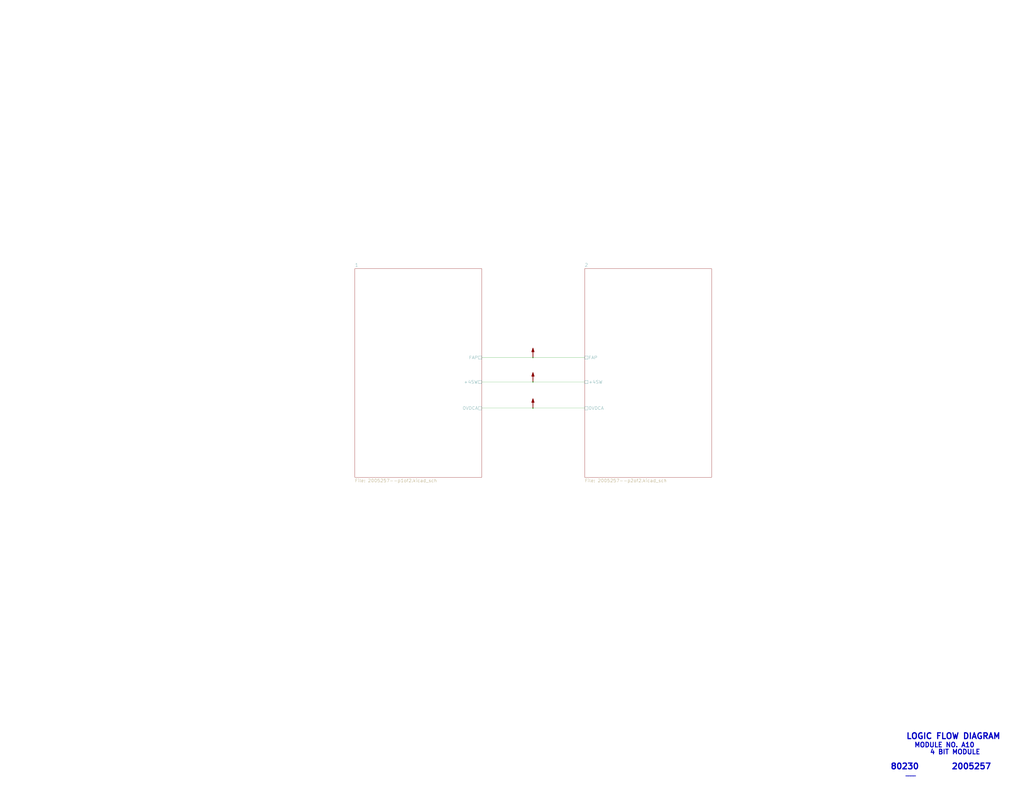
<source format=kicad_sch>
(kicad_sch (version 20211123) (generator eeschema)
  (paper "E")
  (lib_symbols
    (symbol "AGC_DSKY:PWR_FLAG" (power) (pin_numbers hide) (pin_names (offset 0) hide)
      (symbol "PWR_FLAG_0_0"
        (pin power_out line (at 0 0 90) (length 0) (name "pwr") (number "1"))
      )
      (symbol "PWR_FLAG_0_1"
        (polyline (pts (xy 0 0) (xy 0 10.16)) (stroke (width 0.762)))
        (polyline (pts (xy 0 10.16) (xy -1.27 6.35) (xy 1.27 6.35) (xy 0 10.16)) (stroke (width 0.762)) (fill (type outline)))
      )
    )
  )
  (junction (at 581.66 445.77))
  (junction (at 581.66 417.195))
  (junction (at 581.66 390.525))
  (wire (pts (xy 581.66 417.195) (xy 638.175 417.195)))
  (wire (pts (xy 525.78 445.77) (xy 581.66 445.77)))
  (wire (pts (xy 581.66 445.77) (xy 638.175 445.77)))
  (wire (pts (xy 581.66 390.525) (xy 638.175 390.525)))
  (wire (pts (xy 525.78 390.525) (xy 581.66 390.525)))
  (wire (pts (xy 525.78 417.195) (xy 581.66 417.195)))
  (text "MODULE NO. A10" (at 997.585 816.61 0) (effects (font (size 5.08 5.08) (thickness 1.016) bold) (justify left bottom)))
  (text "____" (at 988.06 847.725 0) (effects (font (size 3.556 3.556) (thickness 0.7112) bold) (justify left bottom)))
  (text "80230" (at 971.55 840.74 0) (effects (font (size 6.35 6.35) (thickness 1.27) bold) (justify left bottom)))
  (text "2005257" (at 1038.225 840.74 0) (effects (font (size 6.35 6.35) (thickness 1.27) bold) (justify left bottom)))
  (text "4 BIT MODULE" (at 1014.73 824.23 0) (effects (font (size 5.08 5.08) (thickness 1.016) bold) (justify left bottom)))
  (text "LOGIC FLOW DIAGRAM" (at 988.695 807.72 0) (effects (font (size 6.35 6.35) (thickness 1.27) bold) (justify left bottom)))
  (symbol (lib_id "AGC_DSKY:PWR_FLAG") (at 581.66 445.77 0) (unit 1)
    (property "Reference" "#FLG0103" (effects hide))
    (property "Value" "PWR_FLAG" (effects hide))
  )
  (symbol (lib_id "AGC_DSKY:PWR_FLAG") (at 581.66 417.195 0) (unit 1)
    (property "Reference" "#FLG0102" (effects hide))
    (property "Value" "PWR_FLAG" (effects hide))
  )
  (symbol (lib_id "AGC_DSKY:PWR_FLAG") (at 581.66 390.525 0) (unit 1)
    (property "Reference" "#FLG0101" (effects hide))
    (property "Value" "PWR_FLAG" (effects hide))
  )
  (sheet (at 387.35 293.37) (size 138.43 227.965)
    (property "Sheet name" "1" (at 387.35 291.5154 0) (effects (font (size 3.556 3.556)) (justify left bottom)))
    (property "Sheet file" "2005257--p1of2.kicad_sch" (at 387.35 522.834 0) (effects (font (size 3.556 3.556)) (justify left top)))
    (pin "0VDCA" passive (at 525.78 445.77 0) (effects (font (size 3.556 3.556))))
    (pin "+4SW" passive (at 525.78 417.195 0) (effects (font (size 3.556 3.556))))
    (pin "FAP" passive (at 525.78 390.525 0) (effects (font (size 3.556 3.556))))
  )
  (sheet (at 638.175 293.37) (size 138.43 227.965)
    (property "Sheet name" "2" (at 638.175 291.5154 0) (effects (font (size 3.556 3.556)) (justify left bottom)))
    (property "Sheet file" "2005257--p2of2.kicad_sch" (at 638.175 522.834 0) (effects (font (size 3.556 3.556)) (justify left top)))
    (pin "0VDCA" passive (at 638.175 445.77 180) (effects (font (size 3.556 3.556))))
    (pin "+4SW" passive (at 638.175 417.195 180) (effects (font (size 3.556 3.556))))
    (pin "FAP" passive (at 638.175 390.525 180) (effects (font (size 3.556 3.556))))
  )
)
</source>
